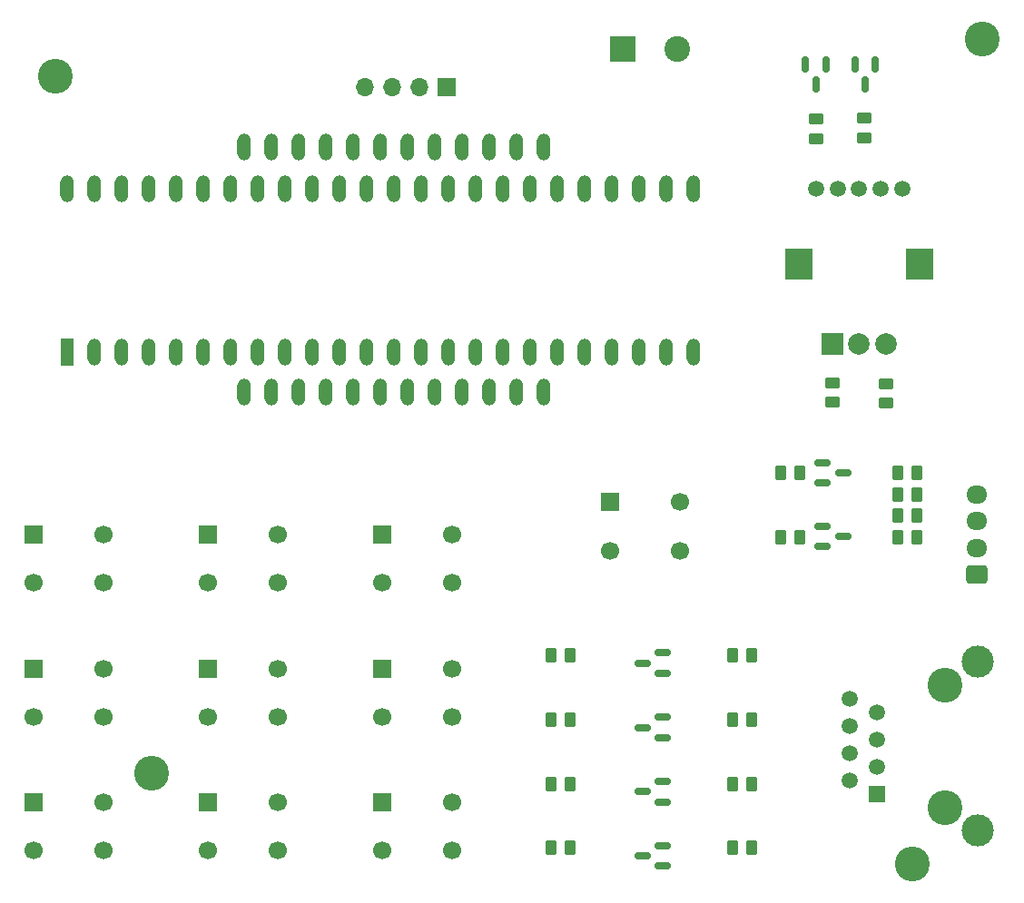
<source format=gts>
%TF.GenerationSoftware,KiCad,Pcbnew,8.0.8*%
%TF.CreationDate,2025-02-06T19:54:35+00:00*%
%TF.ProjectId,TeensyELS,5465656e-7379-4454-9c53-2e6b69636164,rev?*%
%TF.SameCoordinates,Original*%
%TF.FileFunction,Soldermask,Top*%
%TF.FilePolarity,Negative*%
%FSLAX46Y46*%
G04 Gerber Fmt 4.6, Leading zero omitted, Abs format (unit mm)*
G04 Created by KiCad (PCBNEW 8.0.8) date 2025-02-06 19:54:35*
%MOMM*%
%LPD*%
G01*
G04 APERTURE LIST*
G04 Aperture macros list*
%AMRoundRect*
0 Rectangle with rounded corners*
0 $1 Rounding radius*
0 $2 $3 $4 $5 $6 $7 $8 $9 X,Y pos of 4 corners*
0 Add a 4 corners polygon primitive as box body*
4,1,4,$2,$3,$4,$5,$6,$7,$8,$9,$2,$3,0*
0 Add four circle primitives for the rounded corners*
1,1,$1+$1,$2,$3*
1,1,$1+$1,$4,$5*
1,1,$1+$1,$6,$7*
1,1,$1+$1,$8,$9*
0 Add four rect primitives between the rounded corners*
20,1,$1+$1,$2,$3,$4,$5,0*
20,1,$1+$1,$4,$5,$6,$7,0*
20,1,$1+$1,$6,$7,$8,$9,0*
20,1,$1+$1,$8,$9,$2,$3,0*%
G04 Aperture macros list end*
%ADD10RoundRect,0.150000X0.587500X0.150000X-0.587500X0.150000X-0.587500X-0.150000X0.587500X-0.150000X0*%
%ADD11RoundRect,0.250000X0.262500X0.450000X-0.262500X0.450000X-0.262500X-0.450000X0.262500X-0.450000X0*%
%ADD12O,1.270000X2.540000*%
%ADD13RoundRect,0.250000X-0.262500X-0.450000X0.262500X-0.450000X0.262500X0.450000X-0.262500X0.450000X0*%
%ADD14RoundRect,0.150000X-0.587500X-0.150000X0.587500X-0.150000X0.587500X0.150000X-0.587500X0.150000X0*%
%ADD15RoundRect,0.150000X-0.150000X0.587500X-0.150000X-0.587500X0.150000X-0.587500X0.150000X0.587500X0*%
%ADD16RoundRect,0.250000X-0.450000X0.262500X-0.450000X-0.262500X0.450000X-0.262500X0.450000X0.262500X0*%
%ADD17RoundRect,0.250000X0.450000X-0.262500X0.450000X0.262500X-0.450000X0.262500X-0.450000X-0.262500X0*%
%ADD18C,3.250000*%
%ADD19RoundRect,0.250000X0.725000X-0.600000X0.725000X0.600000X-0.725000X0.600000X-0.725000X-0.600000X0*%
%ADD20O,1.950000X1.700000*%
%ADD21R,2.400000X2.400000*%
%ADD22C,2.400000*%
%ADD23R,1.270000X2.540000*%
%ADD24R,1.700000X1.700000*%
%ADD25C,1.700000*%
%ADD26R,1.500000X1.500000*%
%ADD27C,1.500000*%
%ADD28C,3.000000*%
%ADD29O,1.700000X1.700000*%
%ADD30R,2.000000X2.000000*%
%ADD31C,2.000000*%
%ADD32R,2.500000X3.000000*%
G04 APERTURE END LIST*
D10*
%TO.C,Q3*%
X78175000Y-94200000D03*
X78175000Y-92300000D03*
X76300000Y-93250000D03*
%TD*%
D11*
%TO.C,R18*%
X91000000Y-69500000D03*
X89175000Y-69500000D03*
%TD*%
D12*
%TO.C,MCU1*%
X39125686Y-61924940D03*
X41665686Y-61924940D03*
X44205686Y-61924940D03*
X46745686Y-61924940D03*
X49285686Y-61924940D03*
X51825686Y-61924940D03*
X54365686Y-61924940D03*
X56905686Y-61924940D03*
X59445686Y-61924940D03*
X61985686Y-61924940D03*
X64525686Y-61924940D03*
X67065686Y-61924940D03*
X39125686Y-39064940D03*
X41665686Y-39064940D03*
X44205686Y-39064940D03*
X46745686Y-39064940D03*
X49285686Y-39064940D03*
X51825686Y-39064940D03*
X54365686Y-39064940D03*
X56905686Y-39064940D03*
X59445686Y-39064940D03*
X61985686Y-39064940D03*
X64525686Y-39064940D03*
X67065686Y-39064940D03*
%TD*%
D13*
%TO.C,R4*%
X67762500Y-92500000D03*
X69587500Y-92500000D03*
%TD*%
D14*
%TO.C,Q8*%
X93125000Y-68550000D03*
X93125000Y-70450000D03*
X95000000Y-69500000D03*
%TD*%
D15*
%TO.C,Q7*%
X98025000Y-31368750D03*
X96125000Y-31368750D03*
X97075000Y-33243750D03*
%TD*%
D16*
%TO.C,R11*%
X99000000Y-61175000D03*
X99000000Y-63000000D03*
%TD*%
D17*
%TO.C,R12*%
X94000000Y-62912500D03*
X94000000Y-61087500D03*
%TD*%
D18*
%TO.C,*%
X21500000Y-32500000D03*
%TD*%
D19*
%TO.C,J2*%
X107500000Y-79000000D03*
D20*
X107500000Y-76500000D03*
X107500000Y-74000000D03*
X107500000Y-71500000D03*
%TD*%
D21*
%TO.C,J4*%
X74420000Y-30000000D03*
D22*
X79500000Y-30000000D03*
%TD*%
D23*
%TO.C,U1*%
X22660000Y-58240000D03*
D12*
X25200000Y-58240000D03*
X27740000Y-58240000D03*
X30280000Y-58240000D03*
X32820000Y-58240000D03*
X35360000Y-58240000D03*
X37900000Y-58240000D03*
X40440000Y-58240000D03*
X42980000Y-58240000D03*
X45520000Y-58240000D03*
X48060000Y-58240000D03*
X50600000Y-58240000D03*
X53140000Y-58240000D03*
X55680000Y-58240000D03*
X58220000Y-58240000D03*
X60760000Y-58240000D03*
X63300000Y-58240000D03*
X65840000Y-58240000D03*
X68380000Y-58240000D03*
X70920000Y-58240000D03*
X73460000Y-58240000D03*
X76000000Y-58240000D03*
X78540000Y-58240000D03*
X81080000Y-58240000D03*
X81080000Y-43000000D03*
X78540000Y-43000000D03*
X76000000Y-43000000D03*
X73460000Y-43000000D03*
X70920000Y-43000000D03*
X68380000Y-43000000D03*
X65840000Y-43000000D03*
X63300000Y-43000000D03*
X60760000Y-43000000D03*
X58220000Y-43000000D03*
X55680000Y-43000000D03*
X53140000Y-43000000D03*
X50600000Y-43000000D03*
X48060000Y-43000000D03*
X45520000Y-43000000D03*
X42980000Y-43000000D03*
X40440000Y-43000000D03*
X37900000Y-43000000D03*
X35360000Y-43000000D03*
X32820000Y-43000000D03*
X30280000Y-43000000D03*
X27740000Y-43000000D03*
X25200000Y-43000000D03*
X22660000Y-43000000D03*
%TD*%
D11*
%TO.C,R7*%
X86500000Y-104500000D03*
X84675000Y-104500000D03*
%TD*%
D24*
%TO.C,SW8*%
X19500000Y-100250000D03*
D25*
X26000000Y-100250000D03*
X19500000Y-104750000D03*
X26000000Y-104750000D03*
%TD*%
D11*
%TO.C,R14*%
X101912500Y-75500000D03*
X100087500Y-75500000D03*
%TD*%
%TO.C,R1*%
X86500000Y-98500000D03*
X84675000Y-98500000D03*
%TD*%
D18*
%TO.C,*%
X108000000Y-29000000D03*
%TD*%
D13*
%TO.C,R6*%
X67762500Y-86500000D03*
X69587500Y-86500000D03*
%TD*%
D24*
%TO.C,SW6*%
X35750000Y-87750000D03*
D25*
X42250000Y-87750000D03*
X35750000Y-92250000D03*
X42250000Y-92250000D03*
%TD*%
D11*
%TO.C,R3*%
X86500000Y-92500000D03*
X84675000Y-92500000D03*
%TD*%
%TO.C,R15*%
X101912500Y-73500000D03*
X100087500Y-73500000D03*
%TD*%
D24*
%TO.C,SW1*%
X73250000Y-72250000D03*
D25*
X79750000Y-72250000D03*
X73250000Y-76750000D03*
X79750000Y-76750000D03*
%TD*%
D10*
%TO.C,Q2*%
X78175000Y-100200000D03*
X78175000Y-98300000D03*
X76300000Y-99250000D03*
%TD*%
D11*
%TO.C,R17*%
X91000000Y-75500000D03*
X89175000Y-75500000D03*
%TD*%
%TO.C,R16*%
X101912500Y-69500000D03*
X100087500Y-69500000D03*
%TD*%
D10*
%TO.C,Q5*%
X78175000Y-106200000D03*
X78175000Y-104300000D03*
X76300000Y-105250000D03*
%TD*%
D11*
%TO.C,R5*%
X86500000Y-86500000D03*
X84675000Y-86500000D03*
%TD*%
D24*
%TO.C,SW3*%
X35750000Y-75250000D03*
D25*
X42250000Y-75250000D03*
X35750000Y-79750000D03*
X42250000Y-79750000D03*
%TD*%
D14*
%TO.C,Q1*%
X93125000Y-74500000D03*
X93125000Y-76400000D03*
X95000000Y-75450000D03*
%TD*%
D16*
%TO.C,R9*%
X92500000Y-36506250D03*
X92500000Y-38331250D03*
%TD*%
D18*
%TO.C,*%
X101500000Y-106000000D03*
%TD*%
D10*
%TO.C,Q4*%
X78175000Y-88200000D03*
X78175000Y-86300000D03*
X76300000Y-87250000D03*
%TD*%
D18*
%TO.C,J1*%
X104550000Y-100715000D03*
X104550000Y-89285000D03*
D26*
X98200000Y-99445000D03*
D27*
X95660000Y-98175000D03*
X98200000Y-96905000D03*
X95660000Y-95635000D03*
X98200000Y-94365000D03*
X95660000Y-93095000D03*
X98200000Y-91825000D03*
X95660000Y-90555000D03*
D28*
X107600000Y-102850000D03*
X107600000Y-87150000D03*
%TD*%
D16*
%TO.C,R10*%
X97000000Y-36418750D03*
X97000000Y-38243750D03*
%TD*%
D24*
%TO.C,SW4*%
X52000000Y-75250000D03*
D25*
X58500000Y-75250000D03*
X52000000Y-79750000D03*
X58500000Y-79750000D03*
%TD*%
D18*
%TO.C,*%
X30500000Y-97500000D03*
%TD*%
D13*
%TO.C,R2*%
X67762500Y-98500000D03*
X69587500Y-98500000D03*
%TD*%
D24*
%TO.C,J3*%
X58040000Y-33500000D03*
D29*
X55500000Y-33500000D03*
X52960000Y-33500000D03*
X50420000Y-33500000D03*
%TD*%
D13*
%TO.C,R8*%
X67762500Y-104500000D03*
X69587500Y-104500000D03*
%TD*%
D15*
%TO.C,Q6*%
X93400000Y-31368750D03*
X91500000Y-31368750D03*
X92450000Y-33243750D03*
%TD*%
D24*
%TO.C,SW2*%
X19500000Y-75250000D03*
D25*
X26000000Y-75250000D03*
X19500000Y-79750000D03*
X26000000Y-79750000D03*
%TD*%
D27*
%TO.C,E1*%
X92500000Y-43000000D03*
X94500000Y-43000000D03*
X96500000Y-43000000D03*
X98500000Y-43000000D03*
X100500000Y-43000000D03*
D30*
X94000000Y-57500000D03*
D31*
X99000000Y-57500000D03*
X96500000Y-57500000D03*
D32*
X90900000Y-50000000D03*
X102100000Y-50000000D03*
%TD*%
D11*
%TO.C,R13*%
X101912500Y-71500000D03*
X100087500Y-71500000D03*
%TD*%
D24*
%TO.C,SW7*%
X52000000Y-87750000D03*
D25*
X58500000Y-87750000D03*
X52000000Y-92250000D03*
X58500000Y-92250000D03*
%TD*%
D24*
%TO.C,SW5*%
X19500000Y-87750000D03*
D25*
X26000000Y-87750000D03*
X19500000Y-92250000D03*
X26000000Y-92250000D03*
%TD*%
D24*
%TO.C,SW9*%
X35750000Y-100250000D03*
D25*
X42250000Y-100250000D03*
X35750000Y-104750000D03*
X42250000Y-104750000D03*
%TD*%
D24*
%TO.C,SW10*%
X52000000Y-100250000D03*
D25*
X58500000Y-100250000D03*
X52000000Y-104750000D03*
X58500000Y-104750000D03*
%TD*%
M02*

</source>
